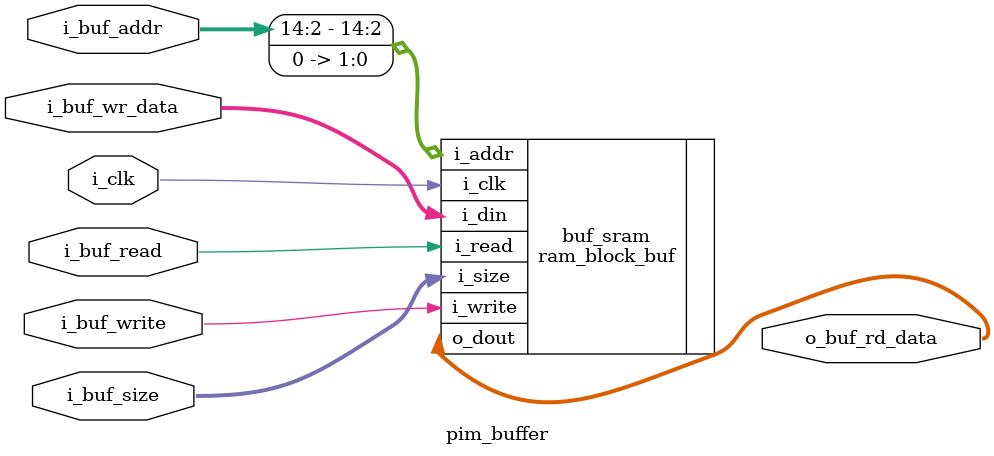
<source format=sv>
module pim_buffer #(
    parameter MEM_DEPTH = 28672,	//28KB
    parameter MEM_ADDR_WIDTH = 15
) (
    input                   i_clk,

    input           [31:0]  i_buf_addr,
    output  logic   [31:0]  o_buf_rd_data,
    input           [31:0]  i_buf_wr_data,
    input           [3:0]   i_buf_size,
	input					i_buf_write,
	input					i_buf_read
);
	/* FPGA INSTANCE */
	ram_block_buf #(
        .DMEM_DEPTH(MEM_DEPTH),
        .DMEM_ADDR_WIDTH(MEM_ADDR_WIDTH)
    ) buf_sram (	
		.i_clk(i_clk),
		.i_addr({i_buf_addr[MEM_ADDR_WIDTH-1:2], 2'b00}),
		.i_write(i_buf_write),
		.i_read(i_buf_read),
		.i_size(i_buf_size),
		.i_din(i_buf_wr_data),
		.o_dout(o_buf_rd_data)
	);	

endmodule
</source>
